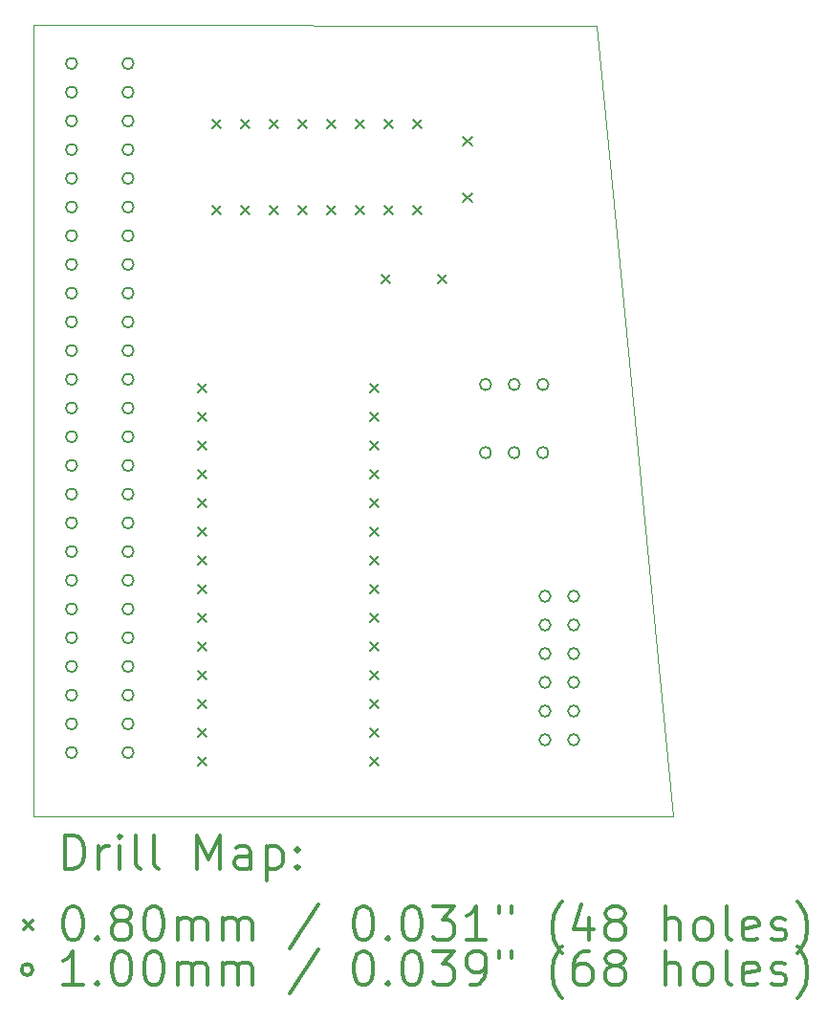
<source format=gbr>
%FSLAX45Y45*%
G04 Gerber Fmt 4.5, Leading zero omitted, Abs format (unit mm)*
G04 Created by KiCad (PCBNEW (5.1.5)-3) date 2022-06-14 21:30:14*
%MOMM*%
%LPD*%
G04 APERTURE LIST*
%TA.AperFunction,Profile*%
%ADD10C,0.050000*%
%TD*%
%ADD11C,0.200000*%
%ADD12C,0.300000*%
G04 APERTURE END LIST*
D10*
X19723100Y-13426200D02*
X19050000Y-6432550D01*
X14058900Y-13426200D02*
X14058900Y-6426200D01*
X19723100Y-13426200D02*
X14058900Y-13426200D01*
X14058900Y-6426200D02*
X19050000Y-6432550D01*
D11*
X15644500Y-7262500D02*
X15724500Y-7342500D01*
X15724500Y-7262500D02*
X15644500Y-7342500D01*
X15644500Y-8024500D02*
X15724500Y-8104500D01*
X15724500Y-8024500D02*
X15644500Y-8104500D01*
X15898500Y-7262500D02*
X15978500Y-7342500D01*
X15978500Y-7262500D02*
X15898500Y-7342500D01*
X15898500Y-8024500D02*
X15978500Y-8104500D01*
X15978500Y-8024500D02*
X15898500Y-8104500D01*
X16152500Y-7262500D02*
X16232500Y-7342500D01*
X16232500Y-7262500D02*
X16152500Y-7342500D01*
X16152500Y-8024500D02*
X16232500Y-8104500D01*
X16232500Y-8024500D02*
X16152500Y-8104500D01*
X16406500Y-7262500D02*
X16486500Y-7342500D01*
X16486500Y-7262500D02*
X16406500Y-7342500D01*
X16406500Y-8024500D02*
X16486500Y-8104500D01*
X16486500Y-8024500D02*
X16406500Y-8104500D01*
X16660500Y-7262500D02*
X16740500Y-7342500D01*
X16740500Y-7262500D02*
X16660500Y-7342500D01*
X16660500Y-8024500D02*
X16740500Y-8104500D01*
X16740500Y-8024500D02*
X16660500Y-8104500D01*
X16914500Y-7262500D02*
X16994500Y-7342500D01*
X16994500Y-7262500D02*
X16914500Y-7342500D01*
X16914500Y-8024500D02*
X16994500Y-8104500D01*
X16994500Y-8024500D02*
X16914500Y-8104500D01*
X17168500Y-7262500D02*
X17248500Y-7342500D01*
X17248500Y-7262500D02*
X17168500Y-7342500D01*
X17168500Y-8024500D02*
X17248500Y-8104500D01*
X17248500Y-8024500D02*
X17168500Y-8104500D01*
X17422500Y-7262500D02*
X17502500Y-7342500D01*
X17502500Y-7262500D02*
X17422500Y-7342500D01*
X17422500Y-8024500D02*
X17502500Y-8104500D01*
X17502500Y-8024500D02*
X17422500Y-8104500D01*
X15517500Y-9599300D02*
X15597500Y-9679300D01*
X15597500Y-9599300D02*
X15517500Y-9679300D01*
X15517500Y-9853300D02*
X15597500Y-9933300D01*
X15597500Y-9853300D02*
X15517500Y-9933300D01*
X15517500Y-10107300D02*
X15597500Y-10187300D01*
X15597500Y-10107300D02*
X15517500Y-10187300D01*
X15517500Y-10361300D02*
X15597500Y-10441300D01*
X15597500Y-10361300D02*
X15517500Y-10441300D01*
X15517500Y-10615300D02*
X15597500Y-10695300D01*
X15597500Y-10615300D02*
X15517500Y-10695300D01*
X15517500Y-10869300D02*
X15597500Y-10949300D01*
X15597500Y-10869300D02*
X15517500Y-10949300D01*
X15517500Y-11123300D02*
X15597500Y-11203300D01*
X15597500Y-11123300D02*
X15517500Y-11203300D01*
X15517500Y-11377300D02*
X15597500Y-11457300D01*
X15597500Y-11377300D02*
X15517500Y-11457300D01*
X15517500Y-11631300D02*
X15597500Y-11711300D01*
X15597500Y-11631300D02*
X15517500Y-11711300D01*
X15517500Y-11885300D02*
X15597500Y-11965300D01*
X15597500Y-11885300D02*
X15517500Y-11965300D01*
X15517500Y-12139300D02*
X15597500Y-12219300D01*
X15597500Y-12139300D02*
X15517500Y-12219300D01*
X15517500Y-12393300D02*
X15597500Y-12473300D01*
X15597500Y-12393300D02*
X15517500Y-12473300D01*
X15517500Y-12647300D02*
X15597500Y-12727300D01*
X15597500Y-12647300D02*
X15517500Y-12727300D01*
X15517500Y-12901300D02*
X15597500Y-12981300D01*
X15597500Y-12901300D02*
X15517500Y-12981300D01*
X17041500Y-9599300D02*
X17121500Y-9679300D01*
X17121500Y-9599300D02*
X17041500Y-9679300D01*
X17041500Y-9853300D02*
X17121500Y-9933300D01*
X17121500Y-9853300D02*
X17041500Y-9933300D01*
X17041500Y-10107300D02*
X17121500Y-10187300D01*
X17121500Y-10107300D02*
X17041500Y-10187300D01*
X17041500Y-10361300D02*
X17121500Y-10441300D01*
X17121500Y-10361300D02*
X17041500Y-10441300D01*
X17041500Y-10615300D02*
X17121500Y-10695300D01*
X17121500Y-10615300D02*
X17041500Y-10695300D01*
X17041500Y-10869300D02*
X17121500Y-10949300D01*
X17121500Y-10869300D02*
X17041500Y-10949300D01*
X17041500Y-11123300D02*
X17121500Y-11203300D01*
X17121500Y-11123300D02*
X17041500Y-11203300D01*
X17041500Y-11377300D02*
X17121500Y-11457300D01*
X17121500Y-11377300D02*
X17041500Y-11457300D01*
X17041500Y-11631300D02*
X17121500Y-11711300D01*
X17121500Y-11631300D02*
X17041500Y-11711300D01*
X17041500Y-11885300D02*
X17121500Y-11965300D01*
X17121500Y-11885300D02*
X17041500Y-11965300D01*
X17041500Y-12139300D02*
X17121500Y-12219300D01*
X17121500Y-12139300D02*
X17041500Y-12219300D01*
X17041500Y-12393300D02*
X17121500Y-12473300D01*
X17121500Y-12393300D02*
X17041500Y-12473300D01*
X17041500Y-12647300D02*
X17121500Y-12727300D01*
X17121500Y-12647300D02*
X17041500Y-12727300D01*
X17041500Y-12901300D02*
X17121500Y-12981300D01*
X17121500Y-12901300D02*
X17041500Y-12981300D01*
X17867000Y-7414900D02*
X17947000Y-7494900D01*
X17947000Y-7414900D02*
X17867000Y-7494900D01*
X17867000Y-7914900D02*
X17947000Y-7994900D01*
X17947000Y-7914900D02*
X17867000Y-7994900D01*
X17144800Y-8634100D02*
X17224800Y-8714100D01*
X17224800Y-8634100D02*
X17144800Y-8714100D01*
X17644800Y-8634100D02*
X17724800Y-8714100D01*
X17724800Y-8634100D02*
X17644800Y-8714100D01*
X18115800Y-9607550D02*
G75*
G03X18115800Y-9607550I-50000J0D01*
G01*
X18369800Y-9607550D02*
G75*
G03X18369800Y-9607550I-50000J0D01*
G01*
X18623800Y-9607550D02*
G75*
G03X18623800Y-9607550I-50000J0D01*
G01*
X14450000Y-6767450D02*
G75*
G03X14450000Y-6767450I-50000J0D01*
G01*
X14450000Y-7021450D02*
G75*
G03X14450000Y-7021450I-50000J0D01*
G01*
X14450000Y-7275450D02*
G75*
G03X14450000Y-7275450I-50000J0D01*
G01*
X14450000Y-7529450D02*
G75*
G03X14450000Y-7529450I-50000J0D01*
G01*
X14450000Y-7783450D02*
G75*
G03X14450000Y-7783450I-50000J0D01*
G01*
X14450000Y-8037450D02*
G75*
G03X14450000Y-8037450I-50000J0D01*
G01*
X14450000Y-8291450D02*
G75*
G03X14450000Y-8291450I-50000J0D01*
G01*
X14450000Y-8545450D02*
G75*
G03X14450000Y-8545450I-50000J0D01*
G01*
X14450000Y-8799450D02*
G75*
G03X14450000Y-8799450I-50000J0D01*
G01*
X14450000Y-9053450D02*
G75*
G03X14450000Y-9053450I-50000J0D01*
G01*
X14450000Y-9307450D02*
G75*
G03X14450000Y-9307450I-50000J0D01*
G01*
X14450000Y-9561450D02*
G75*
G03X14450000Y-9561450I-50000J0D01*
G01*
X14450000Y-9815450D02*
G75*
G03X14450000Y-9815450I-50000J0D01*
G01*
X14450000Y-10069450D02*
G75*
G03X14450000Y-10069450I-50000J0D01*
G01*
X14450000Y-10323450D02*
G75*
G03X14450000Y-10323450I-50000J0D01*
G01*
X14450000Y-10577450D02*
G75*
G03X14450000Y-10577450I-50000J0D01*
G01*
X14450000Y-10831450D02*
G75*
G03X14450000Y-10831450I-50000J0D01*
G01*
X14450000Y-11085450D02*
G75*
G03X14450000Y-11085450I-50000J0D01*
G01*
X14450000Y-11339450D02*
G75*
G03X14450000Y-11339450I-50000J0D01*
G01*
X14450000Y-11593450D02*
G75*
G03X14450000Y-11593450I-50000J0D01*
G01*
X14450000Y-11847450D02*
G75*
G03X14450000Y-11847450I-50000J0D01*
G01*
X14450000Y-12101450D02*
G75*
G03X14450000Y-12101450I-50000J0D01*
G01*
X14450000Y-12355450D02*
G75*
G03X14450000Y-12355450I-50000J0D01*
G01*
X14450000Y-12609450D02*
G75*
G03X14450000Y-12609450I-50000J0D01*
G01*
X14450000Y-12863450D02*
G75*
G03X14450000Y-12863450I-50000J0D01*
G01*
X18115800Y-10210800D02*
G75*
G03X18115800Y-10210800I-50000J0D01*
G01*
X18369800Y-10210800D02*
G75*
G03X18369800Y-10210800I-50000J0D01*
G01*
X18623800Y-10210800D02*
G75*
G03X18623800Y-10210800I-50000J0D01*
G01*
X14950000Y-6767450D02*
G75*
G03X14950000Y-6767450I-50000J0D01*
G01*
X14950000Y-7021450D02*
G75*
G03X14950000Y-7021450I-50000J0D01*
G01*
X14950000Y-7275450D02*
G75*
G03X14950000Y-7275450I-50000J0D01*
G01*
X14950000Y-7529450D02*
G75*
G03X14950000Y-7529450I-50000J0D01*
G01*
X14950000Y-7783450D02*
G75*
G03X14950000Y-7783450I-50000J0D01*
G01*
X14950000Y-8037450D02*
G75*
G03X14950000Y-8037450I-50000J0D01*
G01*
X14950000Y-8291450D02*
G75*
G03X14950000Y-8291450I-50000J0D01*
G01*
X14950000Y-8545450D02*
G75*
G03X14950000Y-8545450I-50000J0D01*
G01*
X14950000Y-8799450D02*
G75*
G03X14950000Y-8799450I-50000J0D01*
G01*
X14950000Y-9053450D02*
G75*
G03X14950000Y-9053450I-50000J0D01*
G01*
X14950000Y-9307450D02*
G75*
G03X14950000Y-9307450I-50000J0D01*
G01*
X14950000Y-9561450D02*
G75*
G03X14950000Y-9561450I-50000J0D01*
G01*
X14950000Y-9815450D02*
G75*
G03X14950000Y-9815450I-50000J0D01*
G01*
X14950000Y-10069450D02*
G75*
G03X14950000Y-10069450I-50000J0D01*
G01*
X14950000Y-10323450D02*
G75*
G03X14950000Y-10323450I-50000J0D01*
G01*
X14950000Y-10577450D02*
G75*
G03X14950000Y-10577450I-50000J0D01*
G01*
X14950000Y-10831450D02*
G75*
G03X14950000Y-10831450I-50000J0D01*
G01*
X14950000Y-11085450D02*
G75*
G03X14950000Y-11085450I-50000J0D01*
G01*
X14950000Y-11339450D02*
G75*
G03X14950000Y-11339450I-50000J0D01*
G01*
X14950000Y-11593450D02*
G75*
G03X14950000Y-11593450I-50000J0D01*
G01*
X14950000Y-11847450D02*
G75*
G03X14950000Y-11847450I-50000J0D01*
G01*
X14950000Y-12101450D02*
G75*
G03X14950000Y-12101450I-50000J0D01*
G01*
X14950000Y-12355450D02*
G75*
G03X14950000Y-12355450I-50000J0D01*
G01*
X14950000Y-12609450D02*
G75*
G03X14950000Y-12609450I-50000J0D01*
G01*
X14950000Y-12863450D02*
G75*
G03X14950000Y-12863450I-50000J0D01*
G01*
X18642800Y-11480800D02*
G75*
G03X18642800Y-11480800I-50000J0D01*
G01*
X18642800Y-11734800D02*
G75*
G03X18642800Y-11734800I-50000J0D01*
G01*
X18642800Y-11988800D02*
G75*
G03X18642800Y-11988800I-50000J0D01*
G01*
X18642800Y-12242800D02*
G75*
G03X18642800Y-12242800I-50000J0D01*
G01*
X18642800Y-12496800D02*
G75*
G03X18642800Y-12496800I-50000J0D01*
G01*
X18642800Y-12750800D02*
G75*
G03X18642800Y-12750800I-50000J0D01*
G01*
X18896800Y-11480800D02*
G75*
G03X18896800Y-11480800I-50000J0D01*
G01*
X18896800Y-11734800D02*
G75*
G03X18896800Y-11734800I-50000J0D01*
G01*
X18896800Y-11988800D02*
G75*
G03X18896800Y-11988800I-50000J0D01*
G01*
X18896800Y-12242800D02*
G75*
G03X18896800Y-12242800I-50000J0D01*
G01*
X18896800Y-12496800D02*
G75*
G03X18896800Y-12496800I-50000J0D01*
G01*
X18896800Y-12750800D02*
G75*
G03X18896800Y-12750800I-50000J0D01*
G01*
D12*
X14342828Y-13894414D02*
X14342828Y-13594414D01*
X14414257Y-13594414D01*
X14457114Y-13608700D01*
X14485686Y-13637271D01*
X14499971Y-13665843D01*
X14514257Y-13722986D01*
X14514257Y-13765843D01*
X14499971Y-13822986D01*
X14485686Y-13851557D01*
X14457114Y-13880129D01*
X14414257Y-13894414D01*
X14342828Y-13894414D01*
X14642828Y-13894414D02*
X14642828Y-13694414D01*
X14642828Y-13751557D02*
X14657114Y-13722986D01*
X14671400Y-13708700D01*
X14699971Y-13694414D01*
X14728543Y-13694414D01*
X14828543Y-13894414D02*
X14828543Y-13694414D01*
X14828543Y-13594414D02*
X14814257Y-13608700D01*
X14828543Y-13622986D01*
X14842828Y-13608700D01*
X14828543Y-13594414D01*
X14828543Y-13622986D01*
X15014257Y-13894414D02*
X14985686Y-13880129D01*
X14971400Y-13851557D01*
X14971400Y-13594414D01*
X15171400Y-13894414D02*
X15142828Y-13880129D01*
X15128543Y-13851557D01*
X15128543Y-13594414D01*
X15514257Y-13894414D02*
X15514257Y-13594414D01*
X15614257Y-13808700D01*
X15714257Y-13594414D01*
X15714257Y-13894414D01*
X15985686Y-13894414D02*
X15985686Y-13737271D01*
X15971400Y-13708700D01*
X15942828Y-13694414D01*
X15885686Y-13694414D01*
X15857114Y-13708700D01*
X15985686Y-13880129D02*
X15957114Y-13894414D01*
X15885686Y-13894414D01*
X15857114Y-13880129D01*
X15842828Y-13851557D01*
X15842828Y-13822986D01*
X15857114Y-13794414D01*
X15885686Y-13780129D01*
X15957114Y-13780129D01*
X15985686Y-13765843D01*
X16128543Y-13694414D02*
X16128543Y-13994414D01*
X16128543Y-13708700D02*
X16157114Y-13694414D01*
X16214257Y-13694414D01*
X16242828Y-13708700D01*
X16257114Y-13722986D01*
X16271400Y-13751557D01*
X16271400Y-13837271D01*
X16257114Y-13865843D01*
X16242828Y-13880129D01*
X16214257Y-13894414D01*
X16157114Y-13894414D01*
X16128543Y-13880129D01*
X16399971Y-13865843D02*
X16414257Y-13880129D01*
X16399971Y-13894414D01*
X16385686Y-13880129D01*
X16399971Y-13865843D01*
X16399971Y-13894414D01*
X16399971Y-13708700D02*
X16414257Y-13722986D01*
X16399971Y-13737271D01*
X16385686Y-13722986D01*
X16399971Y-13708700D01*
X16399971Y-13737271D01*
X13976400Y-14348700D02*
X14056400Y-14428700D01*
X14056400Y-14348700D02*
X13976400Y-14428700D01*
X14399971Y-14224414D02*
X14428543Y-14224414D01*
X14457114Y-14238700D01*
X14471400Y-14252986D01*
X14485686Y-14281557D01*
X14499971Y-14338700D01*
X14499971Y-14410129D01*
X14485686Y-14467271D01*
X14471400Y-14495843D01*
X14457114Y-14510129D01*
X14428543Y-14524414D01*
X14399971Y-14524414D01*
X14371400Y-14510129D01*
X14357114Y-14495843D01*
X14342828Y-14467271D01*
X14328543Y-14410129D01*
X14328543Y-14338700D01*
X14342828Y-14281557D01*
X14357114Y-14252986D01*
X14371400Y-14238700D01*
X14399971Y-14224414D01*
X14628543Y-14495843D02*
X14642828Y-14510129D01*
X14628543Y-14524414D01*
X14614257Y-14510129D01*
X14628543Y-14495843D01*
X14628543Y-14524414D01*
X14814257Y-14352986D02*
X14785686Y-14338700D01*
X14771400Y-14324414D01*
X14757114Y-14295843D01*
X14757114Y-14281557D01*
X14771400Y-14252986D01*
X14785686Y-14238700D01*
X14814257Y-14224414D01*
X14871400Y-14224414D01*
X14899971Y-14238700D01*
X14914257Y-14252986D01*
X14928543Y-14281557D01*
X14928543Y-14295843D01*
X14914257Y-14324414D01*
X14899971Y-14338700D01*
X14871400Y-14352986D01*
X14814257Y-14352986D01*
X14785686Y-14367271D01*
X14771400Y-14381557D01*
X14757114Y-14410129D01*
X14757114Y-14467271D01*
X14771400Y-14495843D01*
X14785686Y-14510129D01*
X14814257Y-14524414D01*
X14871400Y-14524414D01*
X14899971Y-14510129D01*
X14914257Y-14495843D01*
X14928543Y-14467271D01*
X14928543Y-14410129D01*
X14914257Y-14381557D01*
X14899971Y-14367271D01*
X14871400Y-14352986D01*
X15114257Y-14224414D02*
X15142828Y-14224414D01*
X15171400Y-14238700D01*
X15185686Y-14252986D01*
X15199971Y-14281557D01*
X15214257Y-14338700D01*
X15214257Y-14410129D01*
X15199971Y-14467271D01*
X15185686Y-14495843D01*
X15171400Y-14510129D01*
X15142828Y-14524414D01*
X15114257Y-14524414D01*
X15085686Y-14510129D01*
X15071400Y-14495843D01*
X15057114Y-14467271D01*
X15042828Y-14410129D01*
X15042828Y-14338700D01*
X15057114Y-14281557D01*
X15071400Y-14252986D01*
X15085686Y-14238700D01*
X15114257Y-14224414D01*
X15342828Y-14524414D02*
X15342828Y-14324414D01*
X15342828Y-14352986D02*
X15357114Y-14338700D01*
X15385686Y-14324414D01*
X15428543Y-14324414D01*
X15457114Y-14338700D01*
X15471400Y-14367271D01*
X15471400Y-14524414D01*
X15471400Y-14367271D02*
X15485686Y-14338700D01*
X15514257Y-14324414D01*
X15557114Y-14324414D01*
X15585686Y-14338700D01*
X15599971Y-14367271D01*
X15599971Y-14524414D01*
X15742828Y-14524414D02*
X15742828Y-14324414D01*
X15742828Y-14352986D02*
X15757114Y-14338700D01*
X15785686Y-14324414D01*
X15828543Y-14324414D01*
X15857114Y-14338700D01*
X15871400Y-14367271D01*
X15871400Y-14524414D01*
X15871400Y-14367271D02*
X15885686Y-14338700D01*
X15914257Y-14324414D01*
X15957114Y-14324414D01*
X15985686Y-14338700D01*
X15999971Y-14367271D01*
X15999971Y-14524414D01*
X16585686Y-14210129D02*
X16328543Y-14595843D01*
X16971400Y-14224414D02*
X16999971Y-14224414D01*
X17028543Y-14238700D01*
X17042828Y-14252986D01*
X17057114Y-14281557D01*
X17071400Y-14338700D01*
X17071400Y-14410129D01*
X17057114Y-14467271D01*
X17042828Y-14495843D01*
X17028543Y-14510129D01*
X16999971Y-14524414D01*
X16971400Y-14524414D01*
X16942828Y-14510129D01*
X16928543Y-14495843D01*
X16914257Y-14467271D01*
X16899971Y-14410129D01*
X16899971Y-14338700D01*
X16914257Y-14281557D01*
X16928543Y-14252986D01*
X16942828Y-14238700D01*
X16971400Y-14224414D01*
X17199971Y-14495843D02*
X17214257Y-14510129D01*
X17199971Y-14524414D01*
X17185686Y-14510129D01*
X17199971Y-14495843D01*
X17199971Y-14524414D01*
X17399971Y-14224414D02*
X17428543Y-14224414D01*
X17457114Y-14238700D01*
X17471400Y-14252986D01*
X17485686Y-14281557D01*
X17499971Y-14338700D01*
X17499971Y-14410129D01*
X17485686Y-14467271D01*
X17471400Y-14495843D01*
X17457114Y-14510129D01*
X17428543Y-14524414D01*
X17399971Y-14524414D01*
X17371400Y-14510129D01*
X17357114Y-14495843D01*
X17342828Y-14467271D01*
X17328543Y-14410129D01*
X17328543Y-14338700D01*
X17342828Y-14281557D01*
X17357114Y-14252986D01*
X17371400Y-14238700D01*
X17399971Y-14224414D01*
X17599971Y-14224414D02*
X17785686Y-14224414D01*
X17685686Y-14338700D01*
X17728543Y-14338700D01*
X17757114Y-14352986D01*
X17771400Y-14367271D01*
X17785686Y-14395843D01*
X17785686Y-14467271D01*
X17771400Y-14495843D01*
X17757114Y-14510129D01*
X17728543Y-14524414D01*
X17642828Y-14524414D01*
X17614257Y-14510129D01*
X17599971Y-14495843D01*
X18071400Y-14524414D02*
X17899971Y-14524414D01*
X17985686Y-14524414D02*
X17985686Y-14224414D01*
X17957114Y-14267271D01*
X17928543Y-14295843D01*
X17899971Y-14310129D01*
X18185686Y-14224414D02*
X18185686Y-14281557D01*
X18299971Y-14224414D02*
X18299971Y-14281557D01*
X18742828Y-14638700D02*
X18728543Y-14624414D01*
X18699971Y-14581557D01*
X18685686Y-14552986D01*
X18671400Y-14510129D01*
X18657114Y-14438700D01*
X18657114Y-14381557D01*
X18671400Y-14310129D01*
X18685686Y-14267271D01*
X18699971Y-14238700D01*
X18728543Y-14195843D01*
X18742828Y-14181557D01*
X18985686Y-14324414D02*
X18985686Y-14524414D01*
X18914257Y-14210129D02*
X18842828Y-14424414D01*
X19028543Y-14424414D01*
X19185686Y-14352986D02*
X19157114Y-14338700D01*
X19142828Y-14324414D01*
X19128543Y-14295843D01*
X19128543Y-14281557D01*
X19142828Y-14252986D01*
X19157114Y-14238700D01*
X19185686Y-14224414D01*
X19242828Y-14224414D01*
X19271400Y-14238700D01*
X19285686Y-14252986D01*
X19299971Y-14281557D01*
X19299971Y-14295843D01*
X19285686Y-14324414D01*
X19271400Y-14338700D01*
X19242828Y-14352986D01*
X19185686Y-14352986D01*
X19157114Y-14367271D01*
X19142828Y-14381557D01*
X19128543Y-14410129D01*
X19128543Y-14467271D01*
X19142828Y-14495843D01*
X19157114Y-14510129D01*
X19185686Y-14524414D01*
X19242828Y-14524414D01*
X19271400Y-14510129D01*
X19285686Y-14495843D01*
X19299971Y-14467271D01*
X19299971Y-14410129D01*
X19285686Y-14381557D01*
X19271400Y-14367271D01*
X19242828Y-14352986D01*
X19657114Y-14524414D02*
X19657114Y-14224414D01*
X19785686Y-14524414D02*
X19785686Y-14367271D01*
X19771400Y-14338700D01*
X19742828Y-14324414D01*
X19699971Y-14324414D01*
X19671400Y-14338700D01*
X19657114Y-14352986D01*
X19971400Y-14524414D02*
X19942828Y-14510129D01*
X19928543Y-14495843D01*
X19914257Y-14467271D01*
X19914257Y-14381557D01*
X19928543Y-14352986D01*
X19942828Y-14338700D01*
X19971400Y-14324414D01*
X20014257Y-14324414D01*
X20042828Y-14338700D01*
X20057114Y-14352986D01*
X20071400Y-14381557D01*
X20071400Y-14467271D01*
X20057114Y-14495843D01*
X20042828Y-14510129D01*
X20014257Y-14524414D01*
X19971400Y-14524414D01*
X20242828Y-14524414D02*
X20214257Y-14510129D01*
X20199971Y-14481557D01*
X20199971Y-14224414D01*
X20471400Y-14510129D02*
X20442828Y-14524414D01*
X20385686Y-14524414D01*
X20357114Y-14510129D01*
X20342828Y-14481557D01*
X20342828Y-14367271D01*
X20357114Y-14338700D01*
X20385686Y-14324414D01*
X20442828Y-14324414D01*
X20471400Y-14338700D01*
X20485686Y-14367271D01*
X20485686Y-14395843D01*
X20342828Y-14424414D01*
X20599971Y-14510129D02*
X20628543Y-14524414D01*
X20685686Y-14524414D01*
X20714257Y-14510129D01*
X20728543Y-14481557D01*
X20728543Y-14467271D01*
X20714257Y-14438700D01*
X20685686Y-14424414D01*
X20642828Y-14424414D01*
X20614257Y-14410129D01*
X20599971Y-14381557D01*
X20599971Y-14367271D01*
X20614257Y-14338700D01*
X20642828Y-14324414D01*
X20685686Y-14324414D01*
X20714257Y-14338700D01*
X20828543Y-14638700D02*
X20842828Y-14624414D01*
X20871400Y-14581557D01*
X20885686Y-14552986D01*
X20899971Y-14510129D01*
X20914257Y-14438700D01*
X20914257Y-14381557D01*
X20899971Y-14310129D01*
X20885686Y-14267271D01*
X20871400Y-14238700D01*
X20842828Y-14195843D01*
X20828543Y-14181557D01*
X14056400Y-14784700D02*
G75*
G03X14056400Y-14784700I-50000J0D01*
G01*
X14499971Y-14920414D02*
X14328543Y-14920414D01*
X14414257Y-14920414D02*
X14414257Y-14620414D01*
X14385686Y-14663271D01*
X14357114Y-14691843D01*
X14328543Y-14706129D01*
X14628543Y-14891843D02*
X14642828Y-14906129D01*
X14628543Y-14920414D01*
X14614257Y-14906129D01*
X14628543Y-14891843D01*
X14628543Y-14920414D01*
X14828543Y-14620414D02*
X14857114Y-14620414D01*
X14885686Y-14634700D01*
X14899971Y-14648986D01*
X14914257Y-14677557D01*
X14928543Y-14734700D01*
X14928543Y-14806129D01*
X14914257Y-14863271D01*
X14899971Y-14891843D01*
X14885686Y-14906129D01*
X14857114Y-14920414D01*
X14828543Y-14920414D01*
X14799971Y-14906129D01*
X14785686Y-14891843D01*
X14771400Y-14863271D01*
X14757114Y-14806129D01*
X14757114Y-14734700D01*
X14771400Y-14677557D01*
X14785686Y-14648986D01*
X14799971Y-14634700D01*
X14828543Y-14620414D01*
X15114257Y-14620414D02*
X15142828Y-14620414D01*
X15171400Y-14634700D01*
X15185686Y-14648986D01*
X15199971Y-14677557D01*
X15214257Y-14734700D01*
X15214257Y-14806129D01*
X15199971Y-14863271D01*
X15185686Y-14891843D01*
X15171400Y-14906129D01*
X15142828Y-14920414D01*
X15114257Y-14920414D01*
X15085686Y-14906129D01*
X15071400Y-14891843D01*
X15057114Y-14863271D01*
X15042828Y-14806129D01*
X15042828Y-14734700D01*
X15057114Y-14677557D01*
X15071400Y-14648986D01*
X15085686Y-14634700D01*
X15114257Y-14620414D01*
X15342828Y-14920414D02*
X15342828Y-14720414D01*
X15342828Y-14748986D02*
X15357114Y-14734700D01*
X15385686Y-14720414D01*
X15428543Y-14720414D01*
X15457114Y-14734700D01*
X15471400Y-14763271D01*
X15471400Y-14920414D01*
X15471400Y-14763271D02*
X15485686Y-14734700D01*
X15514257Y-14720414D01*
X15557114Y-14720414D01*
X15585686Y-14734700D01*
X15599971Y-14763271D01*
X15599971Y-14920414D01*
X15742828Y-14920414D02*
X15742828Y-14720414D01*
X15742828Y-14748986D02*
X15757114Y-14734700D01*
X15785686Y-14720414D01*
X15828543Y-14720414D01*
X15857114Y-14734700D01*
X15871400Y-14763271D01*
X15871400Y-14920414D01*
X15871400Y-14763271D02*
X15885686Y-14734700D01*
X15914257Y-14720414D01*
X15957114Y-14720414D01*
X15985686Y-14734700D01*
X15999971Y-14763271D01*
X15999971Y-14920414D01*
X16585686Y-14606129D02*
X16328543Y-14991843D01*
X16971400Y-14620414D02*
X16999971Y-14620414D01*
X17028543Y-14634700D01*
X17042828Y-14648986D01*
X17057114Y-14677557D01*
X17071400Y-14734700D01*
X17071400Y-14806129D01*
X17057114Y-14863271D01*
X17042828Y-14891843D01*
X17028543Y-14906129D01*
X16999971Y-14920414D01*
X16971400Y-14920414D01*
X16942828Y-14906129D01*
X16928543Y-14891843D01*
X16914257Y-14863271D01*
X16899971Y-14806129D01*
X16899971Y-14734700D01*
X16914257Y-14677557D01*
X16928543Y-14648986D01*
X16942828Y-14634700D01*
X16971400Y-14620414D01*
X17199971Y-14891843D02*
X17214257Y-14906129D01*
X17199971Y-14920414D01*
X17185686Y-14906129D01*
X17199971Y-14891843D01*
X17199971Y-14920414D01*
X17399971Y-14620414D02*
X17428543Y-14620414D01*
X17457114Y-14634700D01*
X17471400Y-14648986D01*
X17485686Y-14677557D01*
X17499971Y-14734700D01*
X17499971Y-14806129D01*
X17485686Y-14863271D01*
X17471400Y-14891843D01*
X17457114Y-14906129D01*
X17428543Y-14920414D01*
X17399971Y-14920414D01*
X17371400Y-14906129D01*
X17357114Y-14891843D01*
X17342828Y-14863271D01*
X17328543Y-14806129D01*
X17328543Y-14734700D01*
X17342828Y-14677557D01*
X17357114Y-14648986D01*
X17371400Y-14634700D01*
X17399971Y-14620414D01*
X17599971Y-14620414D02*
X17785686Y-14620414D01*
X17685686Y-14734700D01*
X17728543Y-14734700D01*
X17757114Y-14748986D01*
X17771400Y-14763271D01*
X17785686Y-14791843D01*
X17785686Y-14863271D01*
X17771400Y-14891843D01*
X17757114Y-14906129D01*
X17728543Y-14920414D01*
X17642828Y-14920414D01*
X17614257Y-14906129D01*
X17599971Y-14891843D01*
X17928543Y-14920414D02*
X17985686Y-14920414D01*
X18014257Y-14906129D01*
X18028543Y-14891843D01*
X18057114Y-14848986D01*
X18071400Y-14791843D01*
X18071400Y-14677557D01*
X18057114Y-14648986D01*
X18042828Y-14634700D01*
X18014257Y-14620414D01*
X17957114Y-14620414D01*
X17928543Y-14634700D01*
X17914257Y-14648986D01*
X17899971Y-14677557D01*
X17899971Y-14748986D01*
X17914257Y-14777557D01*
X17928543Y-14791843D01*
X17957114Y-14806129D01*
X18014257Y-14806129D01*
X18042828Y-14791843D01*
X18057114Y-14777557D01*
X18071400Y-14748986D01*
X18185686Y-14620414D02*
X18185686Y-14677557D01*
X18299971Y-14620414D02*
X18299971Y-14677557D01*
X18742828Y-15034700D02*
X18728543Y-15020414D01*
X18699971Y-14977557D01*
X18685686Y-14948986D01*
X18671400Y-14906129D01*
X18657114Y-14834700D01*
X18657114Y-14777557D01*
X18671400Y-14706129D01*
X18685686Y-14663271D01*
X18699971Y-14634700D01*
X18728543Y-14591843D01*
X18742828Y-14577557D01*
X18985686Y-14620414D02*
X18928543Y-14620414D01*
X18899971Y-14634700D01*
X18885686Y-14648986D01*
X18857114Y-14691843D01*
X18842828Y-14748986D01*
X18842828Y-14863271D01*
X18857114Y-14891843D01*
X18871400Y-14906129D01*
X18899971Y-14920414D01*
X18957114Y-14920414D01*
X18985686Y-14906129D01*
X18999971Y-14891843D01*
X19014257Y-14863271D01*
X19014257Y-14791843D01*
X18999971Y-14763271D01*
X18985686Y-14748986D01*
X18957114Y-14734700D01*
X18899971Y-14734700D01*
X18871400Y-14748986D01*
X18857114Y-14763271D01*
X18842828Y-14791843D01*
X19185686Y-14748986D02*
X19157114Y-14734700D01*
X19142828Y-14720414D01*
X19128543Y-14691843D01*
X19128543Y-14677557D01*
X19142828Y-14648986D01*
X19157114Y-14634700D01*
X19185686Y-14620414D01*
X19242828Y-14620414D01*
X19271400Y-14634700D01*
X19285686Y-14648986D01*
X19299971Y-14677557D01*
X19299971Y-14691843D01*
X19285686Y-14720414D01*
X19271400Y-14734700D01*
X19242828Y-14748986D01*
X19185686Y-14748986D01*
X19157114Y-14763271D01*
X19142828Y-14777557D01*
X19128543Y-14806129D01*
X19128543Y-14863271D01*
X19142828Y-14891843D01*
X19157114Y-14906129D01*
X19185686Y-14920414D01*
X19242828Y-14920414D01*
X19271400Y-14906129D01*
X19285686Y-14891843D01*
X19299971Y-14863271D01*
X19299971Y-14806129D01*
X19285686Y-14777557D01*
X19271400Y-14763271D01*
X19242828Y-14748986D01*
X19657114Y-14920414D02*
X19657114Y-14620414D01*
X19785686Y-14920414D02*
X19785686Y-14763271D01*
X19771400Y-14734700D01*
X19742828Y-14720414D01*
X19699971Y-14720414D01*
X19671400Y-14734700D01*
X19657114Y-14748986D01*
X19971400Y-14920414D02*
X19942828Y-14906129D01*
X19928543Y-14891843D01*
X19914257Y-14863271D01*
X19914257Y-14777557D01*
X19928543Y-14748986D01*
X19942828Y-14734700D01*
X19971400Y-14720414D01*
X20014257Y-14720414D01*
X20042828Y-14734700D01*
X20057114Y-14748986D01*
X20071400Y-14777557D01*
X20071400Y-14863271D01*
X20057114Y-14891843D01*
X20042828Y-14906129D01*
X20014257Y-14920414D01*
X19971400Y-14920414D01*
X20242828Y-14920414D02*
X20214257Y-14906129D01*
X20199971Y-14877557D01*
X20199971Y-14620414D01*
X20471400Y-14906129D02*
X20442828Y-14920414D01*
X20385686Y-14920414D01*
X20357114Y-14906129D01*
X20342828Y-14877557D01*
X20342828Y-14763271D01*
X20357114Y-14734700D01*
X20385686Y-14720414D01*
X20442828Y-14720414D01*
X20471400Y-14734700D01*
X20485686Y-14763271D01*
X20485686Y-14791843D01*
X20342828Y-14820414D01*
X20599971Y-14906129D02*
X20628543Y-14920414D01*
X20685686Y-14920414D01*
X20714257Y-14906129D01*
X20728543Y-14877557D01*
X20728543Y-14863271D01*
X20714257Y-14834700D01*
X20685686Y-14820414D01*
X20642828Y-14820414D01*
X20614257Y-14806129D01*
X20599971Y-14777557D01*
X20599971Y-14763271D01*
X20614257Y-14734700D01*
X20642828Y-14720414D01*
X20685686Y-14720414D01*
X20714257Y-14734700D01*
X20828543Y-15034700D02*
X20842828Y-15020414D01*
X20871400Y-14977557D01*
X20885686Y-14948986D01*
X20899971Y-14906129D01*
X20914257Y-14834700D01*
X20914257Y-14777557D01*
X20899971Y-14706129D01*
X20885686Y-14663271D01*
X20871400Y-14634700D01*
X20842828Y-14591843D01*
X20828543Y-14577557D01*
M02*

</source>
